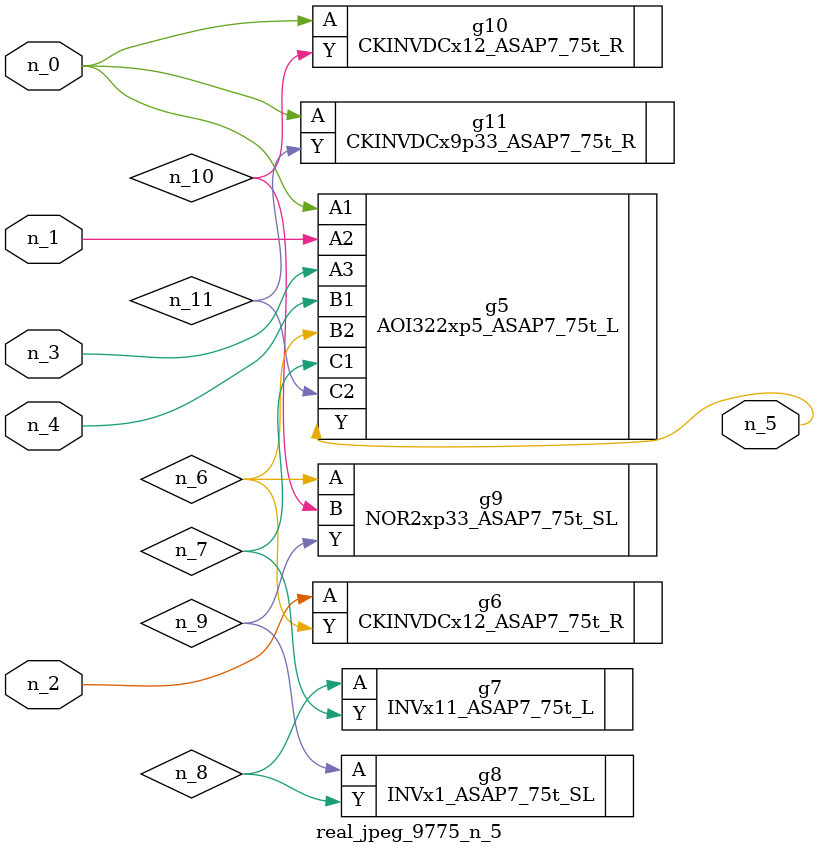
<source format=v>
module real_jpeg_9775_n_5 (n_4, n_0, n_1, n_2, n_3, n_5);

input n_4;
input n_0;
input n_1;
input n_2;
input n_3;

output n_5;

wire n_8;
wire n_11;
wire n_6;
wire n_7;
wire n_10;
wire n_9;

AOI322xp5_ASAP7_75t_L g5 ( 
.A1(n_0),
.A2(n_1),
.A3(n_3),
.B1(n_4),
.B2(n_6),
.C1(n_7),
.C2(n_11),
.Y(n_5)
);

CKINVDCx12_ASAP7_75t_R g10 ( 
.A(n_0),
.Y(n_10)
);

CKINVDCx9p33_ASAP7_75t_R g11 ( 
.A(n_0),
.Y(n_11)
);

CKINVDCx12_ASAP7_75t_R g6 ( 
.A(n_2),
.Y(n_6)
);

NOR2xp33_ASAP7_75t_SL g9 ( 
.A(n_6),
.B(n_10),
.Y(n_9)
);

INVx11_ASAP7_75t_L g7 ( 
.A(n_8),
.Y(n_7)
);

INVx1_ASAP7_75t_SL g8 ( 
.A(n_9),
.Y(n_8)
);


endmodule
</source>
